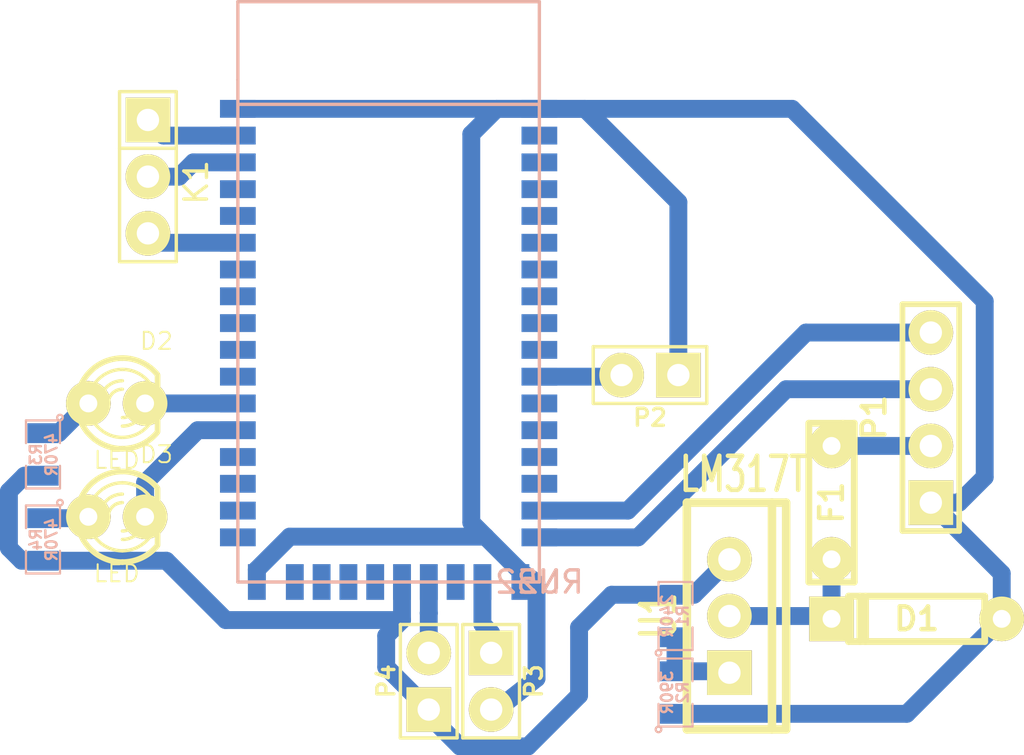
<source format=kicad_pcb>
(kicad_pcb (version 3) (host pcbnew "(2013-may-18)-stable")

  (general
    (links 30)
    (no_connects 0)
    (area 35.414 13.448999 81.0625 47.390001)
    (thickness 1.6)
    (drawings 0)
    (tracks 85)
    (zones 0)
    (modules 15)
    (nets 18)
  )

  (page A3)
  (layers
    (15 F.Cu signal)
    (0 B.Cu signal)
    (16 B.Adhes user)
    (17 F.Adhes user)
    (18 B.Paste user)
    (19 F.Paste user)
    (20 B.SilkS user)
    (21 F.SilkS user)
    (22 B.Mask user)
    (23 F.Mask user)
    (24 Dwgs.User user)
    (25 Cmts.User user)
    (26 Eco1.User user)
    (27 Eco2.User user)
    (28 Edge.Cuts user)
  )

  (setup
    (last_trace_width 0.8)
    (trace_clearance 0.1)
    (zone_clearance 0.508)
    (zone_45_only no)
    (trace_min 0.254)
    (segment_width 0.2)
    (edge_width 0.15)
    (via_size 0.889)
    (via_drill 0.635)
    (via_min_size 0.889)
    (via_min_drill 0.508)
    (uvia_size 0.508)
    (uvia_drill 0.127)
    (uvias_allowed no)
    (uvia_min_size 0.508)
    (uvia_min_drill 0.127)
    (pcb_text_width 0.3)
    (pcb_text_size 1 1)
    (mod_edge_width 0.15)
    (mod_text_size 1 1)
    (mod_text_width 0.15)
    (pad_size 2 2)
    (pad_drill 1)
    (pad_to_mask_clearance 0)
    (aux_axis_origin 0 0)
    (visible_elements FFFFFFBF)
    (pcbplotparams
      (layerselection 3178497)
      (usegerberextensions true)
      (excludeedgelayer true)
      (linewidth 0.150000)
      (plotframeref false)
      (viasonmask false)
      (mode 1)
      (useauxorigin false)
      (hpglpennumber 1)
      (hpglpenspeed 20)
      (hpglpendiameter 15)
      (hpglpenoverlay 2)
      (psnegative false)
      (psa4output false)
      (plotreference true)
      (plotvalue true)
      (plotothertext true)
      (plotinvisibletext false)
      (padsonsilk false)
      (subtractmaskfromsilk false)
      (outputformat 1)
      (mirror false)
      (drillshape 1)
      (scaleselection 1)
      (outputdirectory ""))
  )

  (net 0 "")
  (net 1 +3.3V)
  (net 2 +5V)
  (net 3 GND)
  (net 4 N-0000010)
  (net 5 N-0000011)
  (net 6 N-0000012)
  (net 7 N-0000013)
  (net 8 N-0000014)
  (net 9 N-000002)
  (net 10 N-0000027)
  (net 11 N-0000043)
  (net 12 N-0000047)
  (net 13 N-000005)
  (net 14 N-000006)
  (net 15 N-000007)
  (net 16 N-000008)
  (net 17 N-000009)

  (net_class Default "This is the default net class."
    (clearance 0.1)
    (trace_width 0.8)
    (via_dia 0.889)
    (via_drill 0.635)
    (uvia_dia 0.508)
    (uvia_drill 0.127)
    (add_net "")
    (add_net +3.3V)
    (add_net +5V)
    (add_net GND)
    (add_net N-0000010)
    (add_net N-0000011)
    (add_net N-0000012)
    (add_net N-0000013)
    (add_net N-0000014)
    (add_net N-000002)
    (add_net N-0000027)
    (add_net N-0000043)
    (add_net N-0000047)
    (add_net N-000005)
    (add_net N-000006)
    (add_net N-000007)
    (add_net N-000008)
    (add_net N-000009)
  )

  (module RN52 (layer B.Cu) (tedit 535965D3) (tstamp 535968ED)
    (at 59.563 39.624 180)
    (path /535943AE)
    (clearance 0.1)
    (fp_text reference U2 (at 0 0 180) (layer B.SilkS)
      (effects (font (size 1 1) (thickness 0.15)) (justify mirror))
    )
    (fp_text value RN52 (at 0 0 180) (layer B.SilkS)
      (effects (font (size 1 1) (thickness 0.15)) (justify mirror))
    )
    (fp_line (start 0 21.4) (end 13.4 21.4) (layer B.SilkS) (width 0.15))
    (fp_line (start 13.5 22.5) (end 13.5 26) (layer B.SilkS) (width 0.15))
    (fp_line (start 13.5 26) (end 0 26) (layer B.SilkS) (width 0.15))
    (fp_line (start 0 26) (end 0 0) (layer B.SilkS) (width 0.15))
    (fp_line (start 0 0) (end 13.5 0) (layer B.SilkS) (width 0.15))
    (fp_line (start 13.5 0) (end 13.5 22.5) (layer B.SilkS) (width 0.15))
    (pad 1 smd rect (at 0 21.2 180) (size 1.6 0.8)
      (layers B.Cu B.Paste B.Mask)
      (net 3 GND)
    )
    (pad 2 smd rect (at 0 20 180) (size 1.6 0.8)
      (layers B.Cu B.Paste B.Mask)
    )
    (pad 3 smd rect (at 0 18.8 180) (size 1.6 0.8)
      (layers B.Cu B.Paste B.Mask)
    )
    (pad 4 smd rect (at 0 17.6 180) (size 1.6 0.8)
      (layers B.Cu B.Paste B.Mask)
    )
    (pad 5 smd rect (at 0 16.4 180) (size 1.6 0.8)
      (layers B.Cu B.Paste B.Mask)
    )
    (pad 6 smd rect (at 0 15.2 180) (size 1.6 0.8)
      (layers B.Cu B.Paste B.Mask)
    )
    (pad 7 smd rect (at 0 14 180) (size 1.6 0.8)
      (layers B.Cu B.Paste B.Mask)
    )
    (pad 8 smd rect (at 0 12.8 180) (size 1.6 0.8)
      (layers B.Cu B.Paste B.Mask)
    )
    (pad 9 smd rect (at 0 11.6 180) (size 1.6 0.8)
      (layers B.Cu B.Paste B.Mask)
    )
    (pad 10 smd rect (at 0 10.4 180) (size 1.6 0.8)
      (layers B.Cu B.Paste B.Mask)
    )
    (pad 11 smd rect (at 0 9.2 180) (size 1.6 0.8)
      (layers B.Cu B.Paste B.Mask)
      (net 7 N-0000013)
    )
    (pad 12 smd rect (at 0 8 180) (size 1.6 0.8)
      (layers B.Cu B.Paste B.Mask)
    )
    (pad 13 smd rect (at 0 6.8 180) (size 1.6 0.8)
      (layers B.Cu B.Paste B.Mask)
    )
    (pad 14 smd rect (at 0 5.6 180) (size 1.6 0.8)
      (layers B.Cu B.Paste B.Mask)
    )
    (pad 15 smd rect (at 0 4.4 180) (size 1.6 0.8)
      (layers B.Cu B.Paste B.Mask)
    )
    (pad 16 smd rect (at 0 3.2 180) (size 1.6 0.8)
      (layers B.Cu B.Paste B.Mask)
      (net 12 N-0000047)
    )
    (pad 17 smd rect (at 0 2 180) (size 1.6 0.8)
      (layers B.Cu B.Paste B.Mask)
      (net 10 N-0000027)
    )
    (pad 18 smd rect (at 0.85 0 180) (size 0.8 1.6)
      (layers B.Cu B.Paste B.Mask)
      (net 3 GND)
    )
    (pad 19 smd rect (at 2.55 0 180) (size 0.8 1.6)
      (layers B.Cu B.Paste B.Mask)
      (net 8 N-0000014)
    )
    (pad 20 smd rect (at 3.75 0 180) (size 0.8 1.6)
      (layers B.Cu B.Paste B.Mask)
    )
    (pad 21 smd rect (at 4.95 0 180) (size 0.8 1.6)
      (layers B.Cu B.Paste B.Mask)
      (net 11 N-0000043)
    )
    (pad 22 smd rect (at 6.15 0 180) (size 0.8 1.6)
      (layers B.Cu B.Paste B.Mask)
      (net 1 +3.3V)
    )
    (pad 23 smd rect (at 7.35 0 180) (size 0.8 1.6)
      (layers B.Cu B.Paste B.Mask)
    )
    (pad 24 smd rect (at 8.55 0 180) (size 0.8 1.6)
      (layers B.Cu B.Paste B.Mask)
    )
    (pad 25 smd rect (at 9.75 0 180) (size 0.8 1.6)
      (layers B.Cu B.Paste B.Mask)
    )
    (pad 26 smd rect (at 10.95 0 180) (size 0.8 1.6)
      (layers B.Cu B.Paste B.Mask)
    )
    (pad 27 smd rect (at 12.65 0 180) (size 0.8 1.6)
      (layers B.Cu B.Paste B.Mask)
      (net 3 GND)
    )
    (pad 28 smd rect (at 13.5 2 180) (size 1.6 0.8)
      (layers B.Cu B.Paste B.Mask)
    )
    (pad 29 smd rect (at 13.5 3.2 180) (size 1.6 0.8)
      (layers B.Cu B.Paste B.Mask)
    )
    (pad 30 smd rect (at 13.5 4.4 180) (size 1.6 0.8)
      (layers B.Cu B.Paste B.Mask)
    )
    (pad 31 smd rect (at 13.5 5.6 180) (size 1.6 0.8)
      (layers B.Cu B.Paste B.Mask)
    )
    (pad 32 smd rect (at 13.5 6.8 180) (size 1.6 0.8)
      (layers B.Cu B.Paste B.Mask)
      (net 17 N-000009)
    )
    (pad 33 smd rect (at 13.5 8 180) (size 1.6 0.8)
      (layers B.Cu B.Paste B.Mask)
      (net 13 N-000005)
    )
    (pad 34 smd rect (at 13.5 9.2 180) (size 1.6 0.8)
      (layers B.Cu B.Paste B.Mask)
    )
    (pad 35 smd rect (at 13.5 10.4 180) (size 1.6 0.8)
      (layers B.Cu B.Paste B.Mask)
    )
    (pad 36 smd rect (at 13.5 11.6 180) (size 1.6 0.8)
      (layers B.Cu B.Paste B.Mask)
    )
    (pad 37 smd rect (at 13.5 12.8 180) (size 1.6 0.8)
      (layers B.Cu B.Paste B.Mask)
    )
    (pad 38 smd rect (at 13.5 14 180) (size 1.6 0.8)
      (layers B.Cu B.Paste B.Mask)
    )
    (pad 39 smd rect (at 13.5 15.2 180) (size 1.6 0.8)
      (layers B.Cu B.Paste B.Mask)
      (net 4 N-0000010)
    )
    (pad 40 smd rect (at 13.5 16.4 180) (size 1.6 0.8)
      (layers B.Cu B.Paste B.Mask)
    )
    (pad 41 smd rect (at 13.5 17.6 180) (size 1.6 0.8)
      (layers B.Cu B.Paste B.Mask)
    )
    (pad 42 smd rect (at 13.5 18.8 180) (size 1.6 0.8)
      (layers B.Cu B.Paste B.Mask)
      (net 5 N-0000011)
    )
    (pad 43 smd rect (at 13.5 20 180) (size 1.6 0.8)
      (layers B.Cu B.Paste B.Mask)
      (net 6 N-0000012)
    )
    (pad 44 smd rect (at 13.5 21.2 180) (size 1.6 0.8)
      (layers B.Cu B.Paste B.Mask)
      (net 3 GND)
    )
  )

  (module PIN_ARRAY_4x1 (layer F.Cu) (tedit 535969FA) (tstamp 535961D8)
    (at 77.089 32.258 90)
    (descr "Double rangee de contacts 2 x 5 pins")
    (tags CONN)
    (path /53594410)
    (fp_text reference P1 (at 0 -2.54 90) (layer F.SilkS)
      (effects (font (size 1.016 1.016) (thickness 0.2032)))
    )
    (fp_text value CONN_4 (at 0 2.54 90) (layer F.SilkS) hide
      (effects (font (size 1.016 1.016) (thickness 0.2032)))
    )
    (fp_line (start 5.08 1.27) (end -5.08 1.27) (layer F.SilkS) (width 0.254))
    (fp_line (start 5.08 -1.27) (end -5.08 -1.27) (layer F.SilkS) (width 0.254))
    (fp_line (start -5.08 -1.27) (end -5.08 1.27) (layer F.SilkS) (width 0.254))
    (fp_line (start 5.08 1.27) (end 5.08 -1.27) (layer F.SilkS) (width 0.254))
    (pad 1 thru_hole rect (at -3.81 0 90) (size 2 2) (drill 1)
      (layers *.Cu *.Mask F.SilkS)
      (net 3 GND)
    )
    (pad 2 thru_hole circle (at -1.27 0 90) (size 2 2) (drill 1)
      (layers *.Cu *.Mask F.SilkS)
      (net 2 +5V)
    )
    (pad 3 thru_hole circle (at 1.27 0 90) (size 2 2) (drill 1)
      (layers *.Cu *.Mask F.SilkS)
      (net 10 N-0000027)
    )
    (pad 4 thru_hole circle (at 3.81 0 90) (size 2 2) (drill 1)
      (layers *.Cu *.Mask F.SilkS)
      (net 12 N-0000047)
    )
    (model pin_array\pins_array_4x1.wrl
      (at (xyz 0 0 0))
      (scale (xyz 1 1 1))
      (rotate (xyz 0 0 0))
    )
  )

  (module PIN_ARRAY_3X1 (layer F.Cu) (tedit 53596A21) (tstamp 535961E4)
    (at 42.037 21.463 270)
    (descr "Connecteur 3 pins")
    (tags "CONN DEV")
    (path /53594AAA)
    (fp_text reference K1 (at 0.254 -2.159 270) (layer F.SilkS)
      (effects (font (size 1.016 1.016) (thickness 0.1524)))
    )
    (fp_text value CONN_3 (at 0 -2.159 270) (layer F.SilkS) hide
      (effects (font (size 1.016 1.016) (thickness 0.1524)))
    )
    (fp_line (start -3.81 1.27) (end -3.81 -1.27) (layer F.SilkS) (width 0.1524))
    (fp_line (start -3.81 -1.27) (end 3.81 -1.27) (layer F.SilkS) (width 0.1524))
    (fp_line (start 3.81 -1.27) (end 3.81 1.27) (layer F.SilkS) (width 0.1524))
    (fp_line (start 3.81 1.27) (end -3.81 1.27) (layer F.SilkS) (width 0.1524))
    (fp_line (start -1.27 -1.27) (end -1.27 1.27) (layer F.SilkS) (width 0.1524))
    (pad 1 thru_hole rect (at -2.54 0 270) (size 2 2) (drill 1)
      (layers *.Cu *.Mask F.SilkS)
      (net 6 N-0000012)
    )
    (pad 2 thru_hole circle (at 0 0 270) (size 2 2) (drill 1)
      (layers *.Cu *.Mask F.SilkS)
      (net 5 N-0000011)
    )
    (pad 3 thru_hole circle (at 2.54 0 270) (size 2 2) (drill 1)
      (layers *.Cu *.Mask F.SilkS)
      (net 4 N-0000010)
    )
    (model pin_array/pins_array_3x1.wrl
      (at (xyz 0 0 0))
      (scale (xyz 1 1 1))
      (rotate (xyz 0 0 0))
    )
  )

  (module PIN_ARRAY_2X1 (layer F.Cu) (tedit 4565C520) (tstamp 535961EE)
    (at 54.61 44.069 90)
    (descr "Connecteurs 2 pins")
    (tags "CONN DEV")
    (path /53594462)
    (fp_text reference P4 (at 0 -1.905 90) (layer F.SilkS)
      (effects (font (size 0.762 0.762) (thickness 0.1524)))
    )
    (fp_text value CONN_2 (at 0 -1.905 90) (layer F.SilkS) hide
      (effects (font (size 0.762 0.762) (thickness 0.1524)))
    )
    (fp_line (start -2.54 1.27) (end -2.54 -1.27) (layer F.SilkS) (width 0.1524))
    (fp_line (start -2.54 -1.27) (end 2.54 -1.27) (layer F.SilkS) (width 0.1524))
    (fp_line (start 2.54 -1.27) (end 2.54 1.27) (layer F.SilkS) (width 0.1524))
    (fp_line (start 2.54 1.27) (end -2.54 1.27) (layer F.SilkS) (width 0.1524))
    (pad 1 thru_hole rect (at -1.27 0 90) (size 2 2) (drill 1)
      (layers *.Cu *.Mask F.SilkS)
      (net 1 +3.3V)
    )
    (pad 2 thru_hole circle (at 1.27 0 90) (size 2 2) (drill 1)
      (layers *.Cu *.Mask F.SilkS)
      (net 11 N-0000043)
    )
    (model pin_array/pins_array_2x1.wrl
      (at (xyz 0 0 0))
      (scale (xyz 1 1 1))
      (rotate (xyz 0 0 0))
    )
  )

  (module PIN_ARRAY_2X1 (layer F.Cu) (tedit 535969C9) (tstamp 535961F8)
    (at 64.516 30.353 180)
    (descr "Connecteurs 2 pins")
    (tags "CONN DEV")
    (path /535948D2)
    (fp_text reference P2 (at 0 -1.905 180) (layer F.SilkS)
      (effects (font (size 0.762 0.762) (thickness 0.1524)))
    )
    (fp_text value CONN_2 (at 0 -1.905 180) (layer F.SilkS) hide
      (effects (font (size 0.762 0.762) (thickness 0.1524)))
    )
    (fp_line (start -2.54 1.27) (end -2.54 -1.27) (layer F.SilkS) (width 0.1524))
    (fp_line (start -2.54 -1.27) (end 2.54 -1.27) (layer F.SilkS) (width 0.1524))
    (fp_line (start 2.54 -1.27) (end 2.54 1.27) (layer F.SilkS) (width 0.1524))
    (fp_line (start 2.54 1.27) (end -2.54 1.27) (layer F.SilkS) (width 0.1524))
    (pad 1 thru_hole rect (at -1.27 0 180) (size 2 2) (drill 1)
      (layers *.Cu *.Mask F.SilkS)
      (net 3 GND)
    )
    (pad 2 thru_hole circle (at 1.27 0 180) (size 2 2) (drill 1)
      (layers *.Cu *.Mask F.SilkS)
      (net 7 N-0000013)
    )
    (model pin_array/pins_array_2x1.wrl
      (at (xyz 0 0 0))
      (scale (xyz 1 1 1))
      (rotate (xyz 0 0 0))
    )
  )

  (module PIN_ARRAY_2X1 (layer F.Cu) (tedit 4565C520) (tstamp 53596202)
    (at 57.404 44.069 270)
    (descr "Connecteurs 2 pins")
    (tags "CONN DEV")
    (path /53594A28)
    (fp_text reference P3 (at 0 -1.905 270) (layer F.SilkS)
      (effects (font (size 0.762 0.762) (thickness 0.1524)))
    )
    (fp_text value CONN_2 (at 0 -1.905 270) (layer F.SilkS) hide
      (effects (font (size 0.762 0.762) (thickness 0.1524)))
    )
    (fp_line (start -2.54 1.27) (end -2.54 -1.27) (layer F.SilkS) (width 0.1524))
    (fp_line (start -2.54 -1.27) (end 2.54 -1.27) (layer F.SilkS) (width 0.1524))
    (fp_line (start 2.54 -1.27) (end 2.54 1.27) (layer F.SilkS) (width 0.1524))
    (fp_line (start 2.54 1.27) (end -2.54 1.27) (layer F.SilkS) (width 0.1524))
    (pad 1 thru_hole rect (at -1.27 0 270) (size 2 2) (drill 1)
      (layers *.Cu *.Mask F.SilkS)
      (net 8 N-0000014)
    )
    (pad 2 thru_hole circle (at 1.27 0 270) (size 2 2) (drill 1)
      (layers *.Cu *.Mask F.SilkS)
      (net 3 GND)
    )
    (model pin_array/pins_array_2x1.wrl
      (at (xyz 0 0 0))
      (scale (xyz 1 1 1))
      (rotate (xyz 0 0 0))
    )
  )

  (module D3 (layer F.Cu) (tedit 53596A47) (tstamp 53596232)
    (at 76.454 41.275 180)
    (descr "Diode 3 pas")
    (tags "DIODE DEV")
    (path /53594849)
    (fp_text reference D1 (at 0 0 180) (layer F.SilkS)
      (effects (font (size 1.016 1.016) (thickness 0.2032)))
    )
    (fp_text value DIODE (at 0 0 180) (layer F.SilkS) hide
      (effects (font (size 1.016 1.016) (thickness 0.2032)))
    )
    (fp_line (start 3.81 0) (end 3.048 0) (layer F.SilkS) (width 0.3048))
    (fp_line (start 3.048 0) (end 3.048 -1.016) (layer F.SilkS) (width 0.3048))
    (fp_line (start 3.048 -1.016) (end -3.048 -1.016) (layer F.SilkS) (width 0.3048))
    (fp_line (start -3.048 -1.016) (end -3.048 0) (layer F.SilkS) (width 0.3048))
    (fp_line (start -3.048 0) (end -3.81 0) (layer F.SilkS) (width 0.3048))
    (fp_line (start -3.048 0) (end -3.048 1.016) (layer F.SilkS) (width 0.3048))
    (fp_line (start -3.048 1.016) (end 3.048 1.016) (layer F.SilkS) (width 0.3048))
    (fp_line (start 3.048 1.016) (end 3.048 0) (layer F.SilkS) (width 0.3048))
    (fp_line (start 2.54 -1.016) (end 2.54 1.016) (layer F.SilkS) (width 0.3048))
    (fp_line (start 2.286 1.016) (end 2.286 -1.016) (layer F.SilkS) (width 0.3048))
    (pad 2 thru_hole rect (at 3.81 0 180) (size 2 2) (drill 0.8)
      (layers *.Cu *.Mask F.SilkS)
      (net 15 N-000007)
    )
    (pad 1 thru_hole circle (at -3.81 0 180) (size 2 2) (drill 0.8)
      (layers *.Cu *.Mask F.SilkS)
      (net 3 GND)
    )
    (model discret/diode.wrl
      (at (xyz 0 0 0))
      (scale (xyz 0.3 0.3 0.3))
      (rotate (xyz 0 0 0))
    )
  )

  (module C2 (layer F.Cu) (tedit 53596A55) (tstamp 5359623D)
    (at 72.644 36.068 270)
    (descr "Condensateur = 2 pas")
    (tags C)
    (path /53594812)
    (fp_text reference F1 (at 0 0 270) (layer F.SilkS)
      (effects (font (size 1.016 1.016) (thickness 0.2032)))
    )
    (fp_text value FUSE (at 0 0 270) (layer F.SilkS) hide
      (effects (font (size 1.016 1.016) (thickness 0.2032)))
    )
    (fp_line (start -3.556 -1.016) (end 3.556 -1.016) (layer F.SilkS) (width 0.3048))
    (fp_line (start 3.556 -1.016) (end 3.556 1.016) (layer F.SilkS) (width 0.3048))
    (fp_line (start 3.556 1.016) (end -3.556 1.016) (layer F.SilkS) (width 0.3048))
    (fp_line (start -3.556 1.016) (end -3.556 -1.016) (layer F.SilkS) (width 0.3048))
    (fp_line (start -3.556 -0.508) (end -3.048 -1.016) (layer F.SilkS) (width 0.3048))
    (pad 1 thru_hole circle (at -2.54 0 270) (size 2 2) (drill 0.8)
      (layers *.Cu *.Mask F.SilkS)
      (net 2 +5V)
    )
    (pad 2 thru_hole circle (at 2.54 0 270) (size 2 2) (drill 0.8)
      (layers *.Cu *.Mask F.SilkS)
      (net 15 N-000007)
    )
    (model discret/capa_2pas_5x5mm.wrl
      (at (xyz 0 0 0))
      (scale (xyz 1 1 1))
      (rotate (xyz 0 0 0))
    )
  )

  (module SM0805 (layer B.Cu) (tedit 5091495C) (tstamp 535961A2)
    (at 37.338 33.909 270)
    (path /5359455A)
    (attr smd)
    (fp_text reference R3 (at 0 0.3175 270) (layer B.SilkS)
      (effects (font (size 0.50038 0.50038) (thickness 0.10922)) (justify mirror))
    )
    (fp_text value 470R (at 0 -0.381 270) (layer B.SilkS)
      (effects (font (size 0.50038 0.50038) (thickness 0.10922)) (justify mirror))
    )
    (fp_circle (center -1.651 -0.762) (end -1.651 -0.635) (layer B.SilkS) (width 0.09906))
    (fp_line (start -0.508 -0.762) (end -1.524 -0.762) (layer B.SilkS) (width 0.09906))
    (fp_line (start -1.524 -0.762) (end -1.524 0.762) (layer B.SilkS) (width 0.09906))
    (fp_line (start -1.524 0.762) (end -0.508 0.762) (layer B.SilkS) (width 0.09906))
    (fp_line (start 0.508 0.762) (end 1.524 0.762) (layer B.SilkS) (width 0.09906))
    (fp_line (start 1.524 0.762) (end 1.524 -0.762) (layer B.SilkS) (width 0.09906))
    (fp_line (start 1.524 -0.762) (end 0.508 -0.762) (layer B.SilkS) (width 0.09906))
    (pad 1 smd rect (at -0.9525 0 270) (size 0.889 1.397)
      (layers B.Cu B.Paste B.Mask)
      (net 14 N-000006)
    )
    (pad 2 smd rect (at 0.9525 0 270) (size 0.889 1.397)
      (layers B.Cu B.Paste B.Mask)
      (net 1 +3.3V)
    )
    (model smd/chip_cms.wrl
      (at (xyz 0 0 0))
      (scale (xyz 0.1 0.1 0.1))
      (rotate (xyz 0 0 0))
    )
  )

  (module SM0805 (layer B.Cu) (tedit 5091495C) (tstamp 535961B0)
    (at 37.338 37.719 270)
    (path /53594560)
    (attr smd)
    (fp_text reference R4 (at 0 0.3175 270) (layer B.SilkS)
      (effects (font (size 0.50038 0.50038) (thickness 0.10922)) (justify mirror))
    )
    (fp_text value 470R (at 0 -0.381 270) (layer B.SilkS)
      (effects (font (size 0.50038 0.50038) (thickness 0.10922)) (justify mirror))
    )
    (fp_circle (center -1.651 -0.762) (end -1.651 -0.635) (layer B.SilkS) (width 0.09906))
    (fp_line (start -0.508 -0.762) (end -1.524 -0.762) (layer B.SilkS) (width 0.09906))
    (fp_line (start -1.524 -0.762) (end -1.524 0.762) (layer B.SilkS) (width 0.09906))
    (fp_line (start -1.524 0.762) (end -0.508 0.762) (layer B.SilkS) (width 0.09906))
    (fp_line (start 0.508 0.762) (end 1.524 0.762) (layer B.SilkS) (width 0.09906))
    (fp_line (start 1.524 0.762) (end 1.524 -0.762) (layer B.SilkS) (width 0.09906))
    (fp_line (start 1.524 -0.762) (end 0.508 -0.762) (layer B.SilkS) (width 0.09906))
    (pad 1 smd rect (at -0.9525 0 270) (size 0.889 1.397)
      (layers B.Cu B.Paste B.Mask)
      (net 16 N-000008)
    )
    (pad 2 smd rect (at 0.9525 0 270) (size 0.889 1.397)
      (layers B.Cu B.Paste B.Mask)
      (net 1 +3.3V)
    )
    (model smd/chip_cms.wrl
      (at (xyz 0 0 0))
      (scale (xyz 0.1 0.1 0.1))
      (rotate (xyz 0 0 0))
    )
  )

  (module SM0805 (layer B.Cu) (tedit 5091495C) (tstamp 535961BE)
    (at 65.659 41.148 90)
    (path /535946F7)
    (attr smd)
    (fp_text reference R1 (at 0 0.3175 90) (layer B.SilkS)
      (effects (font (size 0.50038 0.50038) (thickness 0.10922)) (justify mirror))
    )
    (fp_text value 240R (at 0 -0.381 90) (layer B.SilkS)
      (effects (font (size 0.50038 0.50038) (thickness 0.10922)) (justify mirror))
    )
    (fp_circle (center -1.651 -0.762) (end -1.651 -0.635) (layer B.SilkS) (width 0.09906))
    (fp_line (start -0.508 -0.762) (end -1.524 -0.762) (layer B.SilkS) (width 0.09906))
    (fp_line (start -1.524 -0.762) (end -1.524 0.762) (layer B.SilkS) (width 0.09906))
    (fp_line (start -1.524 0.762) (end -0.508 0.762) (layer B.SilkS) (width 0.09906))
    (fp_line (start 0.508 0.762) (end 1.524 0.762) (layer B.SilkS) (width 0.09906))
    (fp_line (start 1.524 0.762) (end 1.524 -0.762) (layer B.SilkS) (width 0.09906))
    (fp_line (start 1.524 -0.762) (end 0.508 -0.762) (layer B.SilkS) (width 0.09906))
    (pad 1 smd rect (at -0.9525 0 90) (size 0.889 1.397)
      (layers B.Cu B.Paste B.Mask)
      (net 9 N-000002)
    )
    (pad 2 smd rect (at 0.9525 0 90) (size 0.889 1.397)
      (layers B.Cu B.Paste B.Mask)
      (net 1 +3.3V)
    )
    (model smd/chip_cms.wrl
      (at (xyz 0 0 0))
      (scale (xyz 0.1 0.1 0.1))
      (rotate (xyz 0 0 0))
    )
  )

  (module SM0805 (layer B.Cu) (tedit 5091495C) (tstamp 535961CC)
    (at 65.659 44.577 90)
    (path /535947B9)
    (attr smd)
    (fp_text reference R2 (at 0 0.3175 90) (layer B.SilkS)
      (effects (font (size 0.50038 0.50038) (thickness 0.10922)) (justify mirror))
    )
    (fp_text value 390R (at 0 -0.381 90) (layer B.SilkS)
      (effects (font (size 0.50038 0.50038) (thickness 0.10922)) (justify mirror))
    )
    (fp_circle (center -1.651 -0.762) (end -1.651 -0.635) (layer B.SilkS) (width 0.09906))
    (fp_line (start -0.508 -0.762) (end -1.524 -0.762) (layer B.SilkS) (width 0.09906))
    (fp_line (start -1.524 -0.762) (end -1.524 0.762) (layer B.SilkS) (width 0.09906))
    (fp_line (start -1.524 0.762) (end -0.508 0.762) (layer B.SilkS) (width 0.09906))
    (fp_line (start 0.508 0.762) (end 1.524 0.762) (layer B.SilkS) (width 0.09906))
    (fp_line (start 1.524 0.762) (end 1.524 -0.762) (layer B.SilkS) (width 0.09906))
    (fp_line (start 1.524 -0.762) (end 0.508 -0.762) (layer B.SilkS) (width 0.09906))
    (pad 1 smd rect (at -0.9525 0 90) (size 0.889 1.397)
      (layers B.Cu B.Paste B.Mask)
      (net 3 GND)
    )
    (pad 2 smd rect (at 0.9525 0 90) (size 0.889 1.397)
      (layers B.Cu B.Paste B.Mask)
      (net 9 N-000002)
    )
    (model smd/chip_cms.wrl
      (at (xyz 0 0 0))
      (scale (xyz 0.1 0.1 0.1))
      (rotate (xyz 0 0 0))
    )
  )

  (module LED-3MM (layer F.Cu) (tedit 50ADE848) (tstamp 53596212)
    (at 40.64 36.703)
    (descr "LED 3mm - Lead pitch 100mil (2,54mm)")
    (tags "LED led 3mm 3MM 100mil 2,54mm")
    (path /535944B6)
    (fp_text reference D3 (at 1.778 -2.794) (layer F.SilkS)
      (effects (font (size 0.762 0.762) (thickness 0.0889)))
    )
    (fp_text value LED (at 0 2.54) (layer F.SilkS)
      (effects (font (size 0.762 0.762) (thickness 0.0889)))
    )
    (fp_line (start 1.8288 1.27) (end 1.8288 -1.27) (layer F.SilkS) (width 0.254))
    (fp_arc (start 0.254 0) (end -1.27 0) (angle 39.8) (layer F.SilkS) (width 0.1524))
    (fp_arc (start 0.254 0) (end -0.88392 1.01092) (angle 41.6) (layer F.SilkS) (width 0.1524))
    (fp_arc (start 0.254 0) (end 1.4097 -0.9906) (angle 40.6) (layer F.SilkS) (width 0.1524))
    (fp_arc (start 0.254 0) (end 1.778 0) (angle 39.8) (layer F.SilkS) (width 0.1524))
    (fp_arc (start 0.254 0) (end 0.254 -1.524) (angle 54.4) (layer F.SilkS) (width 0.1524))
    (fp_arc (start 0.254 0) (end -0.9652 -0.9144) (angle 53.1) (layer F.SilkS) (width 0.1524))
    (fp_arc (start 0.254 0) (end 1.45542 0.93472) (angle 52.1) (layer F.SilkS) (width 0.1524))
    (fp_arc (start 0.254 0) (end 0.254 1.524) (angle 52.1) (layer F.SilkS) (width 0.1524))
    (fp_arc (start 0.254 0) (end -0.381 0) (angle 90) (layer F.SilkS) (width 0.1524))
    (fp_arc (start 0.254 0) (end -0.762 0) (angle 90) (layer F.SilkS) (width 0.1524))
    (fp_arc (start 0.254 0) (end 0.889 0) (angle 90) (layer F.SilkS) (width 0.1524))
    (fp_arc (start 0.254 0) (end 1.27 0) (angle 90) (layer F.SilkS) (width 0.1524))
    (fp_arc (start 0.254 0) (end 0.254 -2.032) (angle 50.1) (layer F.SilkS) (width 0.254))
    (fp_arc (start 0.254 0) (end -1.5367 -0.95504) (angle 61.9) (layer F.SilkS) (width 0.254))
    (fp_arc (start 0.254 0) (end 1.8034 1.31064) (angle 49.7) (layer F.SilkS) (width 0.254))
    (fp_arc (start 0.254 0) (end 0.254 2.032) (angle 60.2) (layer F.SilkS) (width 0.254))
    (fp_arc (start 0.254 0) (end -1.778 0) (angle 28.3) (layer F.SilkS) (width 0.254))
    (fp_arc (start 0.254 0) (end -1.47574 1.06426) (angle 31.6) (layer F.SilkS) (width 0.254))
    (pad 1 thru_hole circle (at -1.27 0) (size 2 2) (drill 0.8)
      (layers *.Cu *.Mask F.SilkS)
      (net 16 N-000008)
    )
    (pad 2 thru_hole circle (at 1.27 0) (size 2 2) (drill 0.8)
      (layers *.Cu *.Mask F.SilkS)
      (net 17 N-000009)
    )
    (model discret/leds/led3_vertical_verde.wrl
      (at (xyz 0 0 0))
      (scale (xyz 1 1 1))
      (rotate (xyz 0 0 0))
    )
  )

  (module LED-3MM (layer F.Cu) (tedit 53596A2E) (tstamp 53596222)
    (at 40.64 31.623)
    (descr "LED 3mm - Lead pitch 100mil (2,54mm)")
    (tags "LED led 3mm 3MM 100mil 2,54mm")
    (path /535944C3)
    (fp_text reference D2 (at 1.778 -2.794) (layer F.SilkS)
      (effects (font (size 0.762 0.762) (thickness 0.0889)))
    )
    (fp_text value LED (at 0 2.54) (layer F.SilkS)
      (effects (font (size 0.762 0.762) (thickness 0.0889)))
    )
    (fp_line (start 1.8288 1.27) (end 1.8288 -1.27) (layer F.SilkS) (width 0.254))
    (fp_arc (start 0.254 0) (end -1.27 0) (angle 39.8) (layer F.SilkS) (width 0.1524))
    (fp_arc (start 0.254 0) (end -0.88392 1.01092) (angle 41.6) (layer F.SilkS) (width 0.1524))
    (fp_arc (start 0.254 0) (end 1.4097 -0.9906) (angle 40.6) (layer F.SilkS) (width 0.1524))
    (fp_arc (start 0.254 0) (end 1.778 0) (angle 39.8) (layer F.SilkS) (width 0.1524))
    (fp_arc (start 0.254 0) (end 0.254 -1.524) (angle 54.4) (layer F.SilkS) (width 0.1524))
    (fp_arc (start 0.254 0) (end -0.9652 -0.9144) (angle 53.1) (layer F.SilkS) (width 0.1524))
    (fp_arc (start 0.254 0) (end 1.45542 0.93472) (angle 52.1) (layer F.SilkS) (width 0.1524))
    (fp_arc (start 0.254 0) (end 0.254 1.524) (angle 52.1) (layer F.SilkS) (width 0.1524))
    (fp_arc (start 0.254 0) (end -0.381 0) (angle 90) (layer F.SilkS) (width 0.1524))
    (fp_arc (start 0.254 0) (end -0.762 0) (angle 90) (layer F.SilkS) (width 0.1524))
    (fp_arc (start 0.254 0) (end 0.889 0) (angle 90) (layer F.SilkS) (width 0.1524))
    (fp_arc (start 0.254 0) (end 1.27 0) (angle 90) (layer F.SilkS) (width 0.1524))
    (fp_arc (start 0.254 0) (end 0.254 -2.032) (angle 50.1) (layer F.SilkS) (width 0.254))
    (fp_arc (start 0.254 0) (end -1.5367 -0.95504) (angle 61.9) (layer F.SilkS) (width 0.254))
    (fp_arc (start 0.254 0) (end 1.8034 1.31064) (angle 49.7) (layer F.SilkS) (width 0.254))
    (fp_arc (start 0.254 0) (end 0.254 2.032) (angle 60.2) (layer F.SilkS) (width 0.254))
    (fp_arc (start 0.254 0) (end -1.778 0) (angle 28.3) (layer F.SilkS) (width 0.254))
    (fp_arc (start 0.254 0) (end -1.47574 1.06426) (angle 31.6) (layer F.SilkS) (width 0.254))
    (pad 1 thru_hole circle (at -1.27 0) (size 2 2) (drill 0.8)
      (layers *.Cu *.Mask F.SilkS)
      (net 14 N-000006)
    )
    (pad 2 thru_hole circle (at 1.27 0) (size 2 2) (drill 0.8)
      (layers *.Cu *.Mask F.SilkS)
      (net 13 N-000005)
    )
    (model discret/leds/led3_vertical_verde.wrl
      (at (xyz 0 0 0))
      (scale (xyz 1 1 1))
      (rotate (xyz 0 0 0))
    )
  )

  (module TO220_VERT (layer F.Cu) (tedit 53596A6A) (tstamp 535968BC)
    (at 68.072 41.148)
    (descr "Regulateur TO220 serie LM78xx")
    (tags "TR TO220")
    (path /53594697)
    (fp_text reference U1 (at -3.175 0 90) (layer F.SilkS)
      (effects (font (size 1.524 1.016) (thickness 0.2032)))
    )
    (fp_text value LM317T (at 0.635 -6.35) (layer F.SilkS)
      (effects (font (size 1.524 1.016) (thickness 0.2032)))
    )
    (fp_line (start 1.905 -5.08) (end 2.54 -5.08) (layer F.SilkS) (width 0.381))
    (fp_line (start 2.54 -5.08) (end 2.54 5.08) (layer F.SilkS) (width 0.381))
    (fp_line (start 2.54 5.08) (end 1.905 5.08) (layer F.SilkS) (width 0.381))
    (fp_line (start -1.905 -5.08) (end 1.905 -5.08) (layer F.SilkS) (width 0.381))
    (fp_line (start 1.905 -5.08) (end 1.905 5.08) (layer F.SilkS) (width 0.381))
    (fp_line (start 1.905 5.08) (end -1.905 5.08) (layer F.SilkS) (width 0.381))
    (fp_line (start -1.905 5.08) (end -1.905 -5.08) (layer F.SilkS) (width 0.381))
    (pad 2 thru_hole circle (at 0 -2.54) (size 2 2) (drill 1)
      (layers *.Cu *.Mask F.SilkS)
      (net 1 +3.3V)
    )
    (pad 3 thru_hole circle (at 0 0) (size 2 2) (drill 1)
      (layers *.Cu *.Mask F.SilkS)
      (net 15 N-000007)
    )
    (pad 1 thru_hole rect (at 0 2.54) (size 2 2) (drill 1)
      (layers *.Cu *.Mask F.SilkS)
      (net 9 N-000002)
    )
  )

  (segment (start 54.61 45.339) (end 54.61 45.593) (width 0.8) (layer B.Cu) (net 1))
  (segment (start 62.8015 40.1955) (end 65.659 40.1955) (width 0.8) (layer B.Cu) (net 1) (tstamp 53596DD9))
  (segment (start 61.341 41.656) (end 62.8015 40.1955) (width 0.8) (layer B.Cu) (net 1) (tstamp 53596DD8))
  (segment (start 61.341 44.704) (end 61.341 41.656) (width 0.8) (layer B.Cu) (net 1) (tstamp 53596DD7))
  (segment (start 59.055 46.99) (end 61.341 44.704) (width 0.8) (layer B.Cu) (net 1) (tstamp 53596DD6))
  (segment (start 56.007 46.99) (end 59.055 46.99) (width 0.8) (layer B.Cu) (net 1) (tstamp 53596DD5))
  (segment (start 54.61 45.593) (end 56.007 46.99) (width 0.8) (layer B.Cu) (net 1) (tstamp 53596DD4))
  (segment (start 37.338 38.6715) (end 42.8625 38.6715) (width 0.8) (layer B.Cu) (net 1))
  (segment (start 45.52 41.329) (end 53.413 41.329) (width 0.8) (layer B.Cu) (net 1) (tstamp 53596DAD))
  (segment (start 42.8625 38.6715) (end 45.52 41.329) (width 0.8) (layer B.Cu) (net 1) (tstamp 53596DAB))
  (segment (start 65.659 40.1955) (end 66.4845 40.1955) (width 0.8) (layer B.Cu) (net 1))
  (segment (start 66.4845 40.1955) (end 68.072 38.608) (width 0.8) (layer B.Cu) (net 1) (tstamp 53596D5E))
  (segment (start 53.413 39.624) (end 53.413 41.329) (width 0.8) (layer B.Cu) (net 1))
  (segment (start 53.413 41.329) (end 52.705 42.037) (width 0.8) (layer B.Cu) (net 1) (tstamp 53596CCF))
  (segment (start 52.705 43.434) (end 54.61 45.339) (width 0.8) (layer B.Cu) (net 1) (tstamp 53596CD1))
  (segment (start 52.705 42.037) (end 52.705 43.434) (width 0.8) (layer B.Cu) (net 1) (tstamp 53596CD0))
  (segment (start 37.338 34.8615) (end 36.5125 34.8615) (width 0.8) (layer B.Cu) (net 1))
  (segment (start 36.3855 38.6715) (end 37.338 38.6715) (width 0.8) (layer B.Cu) (net 1) (tstamp 53596CAC))
  (segment (start 35.814 38.1) (end 36.3855 38.6715) (width 0.8) (layer B.Cu) (net 1) (tstamp 53596CAB))
  (segment (start 35.814 35.56) (end 35.814 38.1) (width 0.8) (layer B.Cu) (net 1) (tstamp 53596CAA))
  (segment (start 36.5125 34.8615) (end 35.814 35.56) (width 0.8) (layer B.Cu) (net 1) (tstamp 53596CA9))
  (segment (start 77.089 33.528) (end 72.644 33.528) (width 0.8) (layer B.Cu) (net 2))
  (segment (start 46.063 18.424) (end 59.563 18.424) (width 0.8) (layer B.Cu) (net 3))
  (segment (start 77.089 36.068) (end 78.359 36.068) (width 0.8) (layer B.Cu) (net 3))
  (segment (start 70.875 18.424) (end 59.563 18.424) (width 0.8) (layer B.Cu) (net 3) (tstamp 53596DDF))
  (segment (start 79.502 27.051) (end 70.875 18.424) (width 0.8) (layer B.Cu) (net 3) (tstamp 53596DDE))
  (segment (start 79.502 34.925) (end 79.502 27.051) (width 0.8) (layer B.Cu) (net 3) (tstamp 53596DDD))
  (segment (start 78.359 36.068) (end 79.502 34.925) (width 0.8) (layer B.Cu) (net 3) (tstamp 53596DDC))
  (segment (start 66.04 45.5295) (end 65.659 45.5295) (width 0.8) (layer B.Cu) (net 3) (tstamp 53596DD2))
  (segment (start 65.786 30.353) (end 65.786 22.606) (width 0.8) (layer B.Cu) (net 3))
  (segment (start 65.786 22.606) (end 61.604 18.424) (width 0.8) (layer B.Cu) (net 3) (tstamp 53596D99))
  (segment (start 61.604 18.424) (end 59.563 18.424) (width 0.8) (layer B.Cu) (net 3) (tstamp 53596D9B))
  (segment (start 59.563 18.424) (end 57.649 18.424) (width 0.8) (layer B.Cu) (net 3))
  (segment (start 57.649 18.424) (end 56.515 19.558) (width 0.8) (layer B.Cu) (net 3) (tstamp 53596D94))
  (segment (start 56.515 19.558) (end 56.515 36.957) (width 0.8) (layer B.Cu) (net 3) (tstamp 53596D95))
  (segment (start 56.515 36.957) (end 57.15 37.592) (width 0.8) (layer B.Cu) (net 3) (tstamp 53596D96))
  (segment (start 80.264 41.275) (end 80.264 39.243) (width 0.8) (layer B.Cu) (net 3))
  (segment (start 80.264 39.243) (end 77.089 36.068) (width 0.8) (layer B.Cu) (net 3) (tstamp 53596D86))
  (segment (start 66.04 45.5295) (end 76.0095 45.5295) (width 0.8) (layer B.Cu) (net 3))
  (segment (start 76.0095 45.5295) (end 80.264 41.275) (width 0.8) (layer B.Cu) (net 3) (tstamp 53596D6D))
  (segment (start 46.913 39.624) (end 46.913 39.066) (width 0.8) (layer B.Cu) (net 3))
  (segment (start 58.713 39.155) (end 59.221 39.497) (width 0.8) (layer B.Cu) (net 3) (tstamp 53596CDC))
  (segment (start 57.15 37.592) (end 58.713 39.155) (width 0.8) (layer B.Cu) (net 3) (tstamp 53596CDB))
  (segment (start 48.387 37.592) (end 57.15 37.592) (width 0.8) (layer B.Cu) (net 3) (tstamp 53596CDA))
  (segment (start 46.913 39.066) (end 48.387 37.592) (width 0.8) (layer B.Cu) (net 3) (tstamp 53596CD9))
  (segment (start 57.404 45.339) (end 57.658 45.339) (width 0.8) (layer B.Cu) (net 3))
  (segment (start 59.436 39.712) (end 59.221 39.497) (width 0.8) (layer B.Cu) (net 3) (tstamp 53596CD6))
  (segment (start 59.436 43.942) (end 59.436 39.712) (width 0.8) (layer B.Cu) (net 3) (tstamp 53596CD5))
  (segment (start 57.658 45.339) (end 59.436 43.942) (width 0.8) (layer B.Cu) (net 3) (tstamp 53596CD4))
  (segment (start 46.063 24.424) (end 42.458 24.424) (width 0.8) (layer B.Cu) (net 4))
  (segment (start 42.458 24.424) (end 42.037 24.003) (width 0.8) (layer B.Cu) (net 4) (tstamp 53596DF9))
  (segment (start 42.037 21.463) (end 43.434 21.463) (width 0.8) (layer B.Cu) (net 5))
  (segment (start 44.073 20.824) (end 46.063 20.824) (width 0.8) (layer B.Cu) (net 5) (tstamp 53596DF6))
  (segment (start 43.434 21.463) (end 44.073 20.824) (width 0.8) (layer B.Cu) (net 5) (tstamp 53596DF5))
  (segment (start 46.063 19.624) (end 42.738 19.624) (width 0.8) (layer B.Cu) (net 6))
  (segment (start 42.738 19.624) (end 42.037 18.923) (width 0.8) (layer B.Cu) (net 6) (tstamp 53596DF2))
  (segment (start 59.563 30.424) (end 63.175 30.424) (width 0.8) (layer B.Cu) (net 7))
  (segment (start 63.175 30.424) (end 63.246 30.353) (width 0.8) (layer B.Cu) (net 7) (tstamp 53596CF6))
  (segment (start 57.404 42.799) (end 57.404 41.91) (width 0.8) (layer B.Cu) (net 8))
  (segment (start 57.013 41.519) (end 57.013 39.624) (width 0.8) (layer B.Cu) (net 8) (tstamp 53596CC8))
  (segment (start 57.404 41.91) (end 57.013 41.519) (width 0.8) (layer B.Cu) (net 8) (tstamp 53596CC7))
  (segment (start 65.659 43.6245) (end 68.0085 43.6245) (width 0.8) (layer B.Cu) (net 9))
  (segment (start 68.0085 43.6245) (end 68.072 43.688) (width 0.8) (layer B.Cu) (net 9) (tstamp 53596D5B))
  (segment (start 65.659 42.1005) (end 65.659 43.6245) (width 0.8) (layer B.Cu) (net 9))
  (segment (start 59.563 37.624) (end 63.976 37.624) (width 0.8) (layer B.Cu) (net 10))
  (segment (start 70.612 30.988) (end 77.089 30.988) (width 0.8) (layer B.Cu) (net 10) (tstamp 53596DCA))
  (segment (start 63.976 37.624) (end 70.612 30.988) (width 0.8) (layer B.Cu) (net 10) (tstamp 53596DC9))
  (segment (start 54.61 42.799) (end 54.61 41.021) (width 0.8) (layer B.Cu) (net 11))
  (segment (start 54.613 41.018) (end 54.613 39.624) (width 0.8) (layer B.Cu) (net 11) (tstamp 53596CCC))
  (segment (start 54.61 41.021) (end 54.613 41.018) (width 0.8) (layer B.Cu) (net 11) (tstamp 53596CCB))
  (segment (start 77.089 28.448) (end 71.501 28.448) (width 0.8) (layer B.Cu) (net 12))
  (segment (start 63.525 36.424) (end 59.563 36.424) (width 0.8) (layer B.Cu) (net 12) (tstamp 53596DC5))
  (segment (start 71.501 28.448) (end 63.525 36.424) (width 0.8) (layer B.Cu) (net 12) (tstamp 53596DC3))
  (segment (start 41.91 31.623) (end 46.062 31.623) (width 0.8) (layer B.Cu) (net 13))
  (segment (start 46.062 31.623) (end 46.063 31.624) (width 0.8) (layer B.Cu) (net 13) (tstamp 53596C9F))
  (segment (start 37.338 32.9565) (end 38.0365 32.9565) (width 0.8) (layer B.Cu) (net 14))
  (segment (start 38.0365 32.9565) (end 39.37 31.623) (width 0.8) (layer B.Cu) (net 14) (tstamp 53596C9C))
  (segment (start 72.644 41.275) (end 72.644 38.608) (width 0.8) (layer B.Cu) (net 15))
  (segment (start 68.453 41.148) (end 72.517 41.148) (width 0.8) (layer B.Cu) (net 15))
  (segment (start 72.517 41.148) (end 72.644 41.275) (width 0.8) (layer B.Cu) (net 15) (tstamp 53596D65))
  (segment (start 37.338 36.7665) (end 39.3065 36.7665) (width 0.8) (layer B.Cu) (net 16))
  (segment (start 39.3065 36.7665) (end 39.37 36.703) (width 0.8) (layer B.Cu) (net 16) (tstamp 53596CA6))
  (segment (start 46.063 32.824) (end 44.265 32.824) (width 0.8) (layer B.Cu) (net 17))
  (segment (start 41.91 35.179) (end 41.91 36.703) (width 0.8) (layer B.Cu) (net 17) (tstamp 53596CA3))
  (segment (start 44.265 32.824) (end 41.91 35.179) (width 0.8) (layer B.Cu) (net 17) (tstamp 53596CA2))

)

</source>
